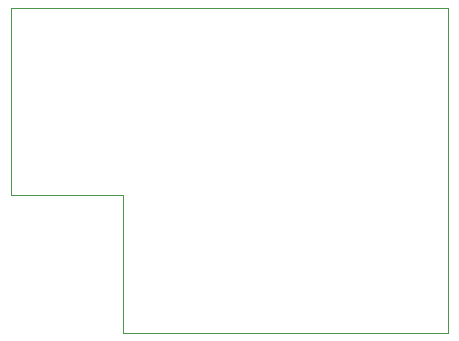
<source format=gm1>
G04 #@! TF.GenerationSoftware,KiCad,Pcbnew,(5.1.0)-1*
G04 #@! TF.CreationDate,2019-11-22T10:29:24-05:00*
G04 #@! TF.ProjectId,ThreeDeeO,54687265-6544-4656-954f-2e6b69636164,rev?*
G04 #@! TF.SameCoordinates,Original*
G04 #@! TF.FileFunction,Profile,NP*
%FSLAX46Y46*%
G04 Gerber Fmt 4.6, Leading zero omitted, Abs format (unit mm)*
G04 Created by KiCad (PCBNEW (5.1.0)-1) date 2019-11-22 10:29:24*
%MOMM*%
%LPD*%
G04 APERTURE LIST*
%ADD10C,0.050000*%
G04 APERTURE END LIST*
D10*
X136000000Y-66600000D02*
X136000000Y-50750000D01*
X145500000Y-66600000D02*
X136000000Y-66600000D01*
X145500000Y-78250000D02*
X173000000Y-78250000D01*
X145500000Y-66600000D02*
X145500000Y-78250000D01*
X173000000Y-78250000D02*
X173000000Y-50750000D01*
X173000000Y-50750000D02*
X136000000Y-50750000D01*
M02*

</source>
